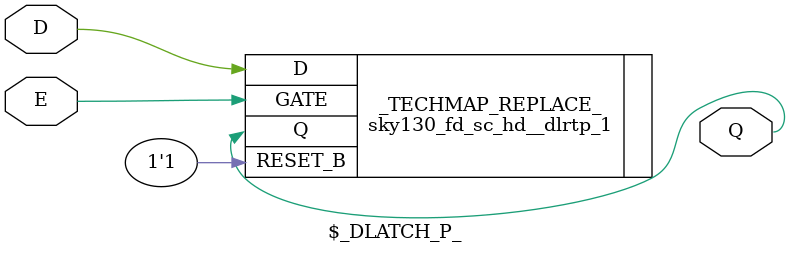
<source format=v>

/*
module \$_DLATCH_N_ (E, D, Q);
  //wire [1023:0] _TECHMAP_DO_ = "simplemap; opt";
  input E, D;
  output Q;
//  TLATNX1M _TECHMAP_REPLACE_ (
  sky130_fd_sc_hd__udp_dlatch_p _TECHMAP_REPLACE_ (
    .D(D),
    .GATE(E),
    .Q(Q)
  );
endmodule

module \$_DLATCH_P_ (E, D, Q);
  //wire [1023:0] _TECHMAP_DO_ = "simplemap; opt";
  input E, D;
  output Q;
//  TLATNX1M _TECHMAP_REPLACE_ (
  sky130_fd_sc_hd__udp_dlatch_p _TECHMAP_REPLACE_ (
    .D(D),
    .GATE(E),
    .Q(Q)
  );
endmodule
*/
module \$_DLATCH_N_ (E, D, Q);
  input E, D;
  output Q;
  sky130_fd_sc_hd__dlrtp_1 _TECHMAP_REPLACE_ (
    .D(D),
    .GATE(E),
    .RESET_B(1'b1), //disable reset (active low)
    .Q(Q)
  );
endmodule

module \$_DLATCH_P_ (E, D, Q);
  input E, D;
  output Q;
  sky130_fd_sc_hd__dlrtp_1 _TECHMAP_REPLACE_ (
    .D(D),
    .GATE(E),
    .RESET_B(1'b1), //disable reset (active low)
    .Q(Q)
  );
endmodule

</source>
